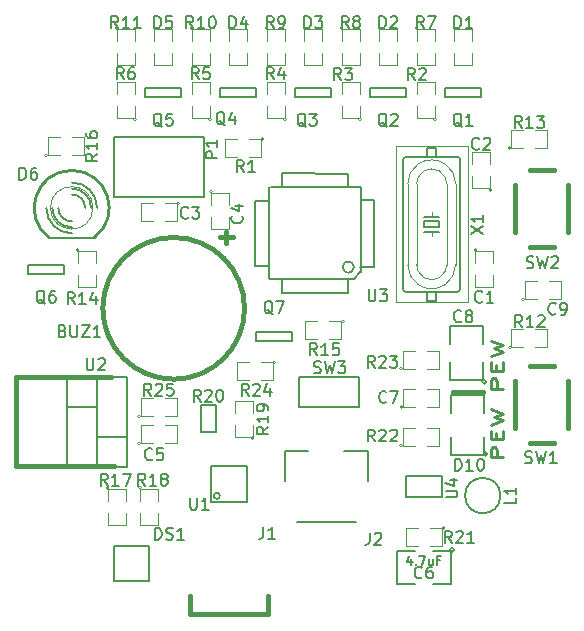
<source format=gto>
G04 (created by PCBNEW (2013-04-19 BZR 4011)-stable) date 22/12/2014 13:34:27*
%MOIN*%
G04 Gerber Fmt 3.4, Leading zero omitted, Abs format*
%FSLAX34Y34*%
G01*
G70*
G90*
G04 APERTURE LIST*
%ADD10C,0*%
%ADD11C,0.015*%
%ADD12C,0.01*%
%ADD13C,0.006*%
%ADD14C,0.0039*%
%ADD15C,0.008*%
%ADD16C,0.003*%
%ADD17C,0.0026*%
%ADD18C,0.002*%
%ADD19C,0.00590551*%
%ADD20C,0.005*%
%ADD21C,0.0075*%
G04 APERTURE END LIST*
G54D10*
G54D11*
X21850Y-27755D02*
X25000Y-27755D01*
X21850Y-30708D02*
X21850Y-27755D01*
X25098Y-30708D02*
X21850Y-30708D01*
G54D12*
X38061Y-30414D02*
X37661Y-30414D01*
X37661Y-30185D01*
X37680Y-30128D01*
X37700Y-30099D01*
X37738Y-30071D01*
X37795Y-30071D01*
X37833Y-30099D01*
X37852Y-30128D01*
X37871Y-30185D01*
X37871Y-30414D01*
X37852Y-29814D02*
X37852Y-29614D01*
X38061Y-29528D02*
X38061Y-29814D01*
X37661Y-29814D01*
X37661Y-29528D01*
X37661Y-29328D02*
X38061Y-29185D01*
X37776Y-29071D01*
X38061Y-28957D01*
X37661Y-28814D01*
X38061Y-28128D02*
X37661Y-28128D01*
X37661Y-27899D01*
X37680Y-27842D01*
X37700Y-27814D01*
X37738Y-27785D01*
X37795Y-27785D01*
X37833Y-27814D01*
X37852Y-27842D01*
X37871Y-27899D01*
X37871Y-28128D01*
X37852Y-27528D02*
X37852Y-27328D01*
X38061Y-27242D02*
X38061Y-27528D01*
X37661Y-27528D01*
X37661Y-27242D01*
X37661Y-27042D02*
X38061Y-26900D01*
X37776Y-26785D01*
X38061Y-26671D01*
X37661Y-26528D01*
G54D11*
X36396Y-28248D02*
X36495Y-28248D01*
X36511Y-28248D02*
X37396Y-28248D01*
G54D13*
X29820Y-21860D02*
X30270Y-21860D01*
X29820Y-24040D02*
X30260Y-24040D01*
X29820Y-21860D02*
X29820Y-24040D01*
X30700Y-21390D02*
X30700Y-20960D01*
X32910Y-21380D02*
X32910Y-20960D01*
X32920Y-20960D02*
X30700Y-20950D01*
X32900Y-24930D02*
X30730Y-24940D01*
X33330Y-24240D02*
X33330Y-21410D01*
X30720Y-24930D02*
X30720Y-24520D01*
X33080Y-24480D02*
X30300Y-24480D01*
X30280Y-21400D02*
X30280Y-24440D01*
X33330Y-21400D02*
X30330Y-21400D01*
X33780Y-24070D02*
X33780Y-21850D01*
X33780Y-21850D02*
X33330Y-21850D01*
X33326Y-24250D02*
X33096Y-24480D01*
X33778Y-24070D02*
X33326Y-24070D01*
X32900Y-24480D02*
X32900Y-24932D01*
X33106Y-24076D02*
G75*
G03X33106Y-24076I-188J0D01*
G74*
G01*
G54D11*
X39764Y-20845D02*
X38976Y-20845D01*
X38484Y-21338D02*
X38484Y-22912D01*
X39764Y-23405D02*
X39075Y-23405D01*
X39075Y-23405D02*
X38976Y-23405D01*
X40256Y-21338D02*
X40256Y-22912D01*
X39764Y-27381D02*
X38976Y-27381D01*
X38484Y-27874D02*
X38484Y-29448D01*
X39764Y-29941D02*
X39075Y-29941D01*
X39075Y-29941D02*
X38976Y-29941D01*
X40256Y-27874D02*
X40256Y-29448D01*
G54D14*
X33350Y-19150D02*
G75*
G03X33350Y-19150I-50J0D01*
G74*
G01*
X33300Y-18700D02*
X33300Y-19100D01*
X33300Y-19100D02*
X32700Y-19100D01*
X32700Y-19100D02*
X32700Y-18700D01*
X32700Y-18300D02*
X32700Y-17900D01*
X32700Y-17900D02*
X33300Y-17900D01*
X33300Y-17900D02*
X33300Y-18300D01*
X38350Y-20100D02*
G75*
G03X38350Y-20100I-50J0D01*
G74*
G01*
X38750Y-20100D02*
X38350Y-20100D01*
X38350Y-20100D02*
X38350Y-19500D01*
X38350Y-19500D02*
X38750Y-19500D01*
X39150Y-19500D02*
X39550Y-19500D01*
X39550Y-19500D02*
X39550Y-20100D01*
X39550Y-20100D02*
X39150Y-20100D01*
X38350Y-26750D02*
G75*
G03X38350Y-26750I-50J0D01*
G74*
G01*
X38750Y-26750D02*
X38350Y-26750D01*
X38350Y-26750D02*
X38350Y-26150D01*
X38350Y-26150D02*
X38750Y-26150D01*
X39150Y-26150D02*
X39550Y-26150D01*
X39550Y-26150D02*
X39550Y-26750D01*
X39550Y-26750D02*
X39150Y-26750D01*
X35250Y-16100D02*
G75*
G03X35250Y-16100I-50J0D01*
G74*
G01*
X35200Y-16550D02*
X35200Y-16150D01*
X35200Y-16150D02*
X35800Y-16150D01*
X35800Y-16150D02*
X35800Y-16550D01*
X35800Y-16950D02*
X35800Y-17350D01*
X35800Y-17350D02*
X35200Y-17350D01*
X35200Y-17350D02*
X35200Y-16950D01*
X35850Y-19150D02*
G75*
G03X35850Y-19150I-50J0D01*
G74*
G01*
X35800Y-18700D02*
X35800Y-19100D01*
X35800Y-19100D02*
X35200Y-19100D01*
X35200Y-19100D02*
X35200Y-18700D01*
X35200Y-18300D02*
X35200Y-17900D01*
X35200Y-17900D02*
X35800Y-17900D01*
X35800Y-17900D02*
X35800Y-18300D01*
X23950Y-23500D02*
G75*
G03X23950Y-23500I-50J0D01*
G74*
G01*
X23900Y-23950D02*
X23900Y-23550D01*
X23900Y-23550D02*
X24500Y-23550D01*
X24500Y-23550D02*
X24500Y-23950D01*
X24500Y-24350D02*
X24500Y-24750D01*
X24500Y-24750D02*
X23900Y-24750D01*
X23900Y-24750D02*
X23900Y-24350D01*
X22900Y-20350D02*
G75*
G03X22900Y-20350I-50J0D01*
G74*
G01*
X23300Y-20350D02*
X22900Y-20350D01*
X22900Y-20350D02*
X22900Y-19750D01*
X22900Y-19750D02*
X23300Y-19750D01*
X23700Y-19750D02*
X24100Y-19750D01*
X24100Y-19750D02*
X24100Y-20350D01*
X24100Y-20350D02*
X23700Y-20350D01*
X32786Y-25881D02*
G75*
G03X32786Y-25881I-49J0D01*
G74*
G01*
X32286Y-25881D02*
X32686Y-25881D01*
X32686Y-25881D02*
X32686Y-26481D01*
X32686Y-26481D02*
X32286Y-26481D01*
X31886Y-26481D02*
X31486Y-26481D01*
X31486Y-26481D02*
X31486Y-25881D01*
X31486Y-25881D02*
X31886Y-25881D01*
X34000Y-16100D02*
G75*
G03X34000Y-16100I-50J0D01*
G74*
G01*
X33950Y-16550D02*
X33950Y-16150D01*
X33950Y-16150D02*
X34550Y-16150D01*
X34550Y-16150D02*
X34550Y-16550D01*
X34550Y-16950D02*
X34550Y-17350D01*
X34550Y-17350D02*
X33950Y-17350D01*
X33950Y-17350D02*
X33950Y-16950D01*
X28350Y-19150D02*
G75*
G03X28350Y-19150I-50J0D01*
G74*
G01*
X28300Y-18700D02*
X28300Y-19100D01*
X28300Y-19100D02*
X27700Y-19100D01*
X27700Y-19100D02*
X27700Y-18700D01*
X27700Y-18300D02*
X27700Y-17900D01*
X27700Y-17900D02*
X28300Y-17900D01*
X28300Y-17900D02*
X28300Y-18300D01*
X27750Y-16100D02*
G75*
G03X27750Y-16100I-50J0D01*
G74*
G01*
X27700Y-16550D02*
X27700Y-16150D01*
X27700Y-16150D02*
X28300Y-16150D01*
X28300Y-16150D02*
X28300Y-16550D01*
X28300Y-16950D02*
X28300Y-17350D01*
X28300Y-17350D02*
X27700Y-17350D01*
X27700Y-17350D02*
X27700Y-16950D01*
X29000Y-16100D02*
G75*
G03X29000Y-16100I-50J0D01*
G74*
G01*
X28950Y-16550D02*
X28950Y-16150D01*
X28950Y-16150D02*
X29550Y-16150D01*
X29550Y-16150D02*
X29550Y-16550D01*
X29550Y-16950D02*
X29550Y-17350D01*
X29550Y-17350D02*
X28950Y-17350D01*
X28950Y-17350D02*
X28950Y-16950D01*
X30850Y-19150D02*
G75*
G03X30850Y-19150I-50J0D01*
G74*
G01*
X30800Y-18700D02*
X30800Y-19100D01*
X30800Y-19100D02*
X30200Y-19100D01*
X30200Y-19100D02*
X30200Y-18700D01*
X30200Y-18300D02*
X30200Y-17900D01*
X30200Y-17900D02*
X30800Y-17900D01*
X30800Y-17900D02*
X30800Y-18300D01*
X30250Y-16100D02*
G75*
G03X30250Y-16100I-50J0D01*
G74*
G01*
X30200Y-16550D02*
X30200Y-16150D01*
X30200Y-16150D02*
X30800Y-16150D01*
X30800Y-16150D02*
X30800Y-16550D01*
X30800Y-16950D02*
X30800Y-17350D01*
X30800Y-17350D02*
X30200Y-17350D01*
X30200Y-17350D02*
X30200Y-16950D01*
X31500Y-16100D02*
G75*
G03X31500Y-16100I-50J0D01*
G74*
G01*
X31450Y-16550D02*
X31450Y-16150D01*
X31450Y-16150D02*
X32050Y-16150D01*
X32050Y-16150D02*
X32050Y-16550D01*
X32050Y-16950D02*
X32050Y-17350D01*
X32050Y-17350D02*
X31450Y-17350D01*
X31450Y-17350D02*
X31450Y-16950D01*
X32750Y-16100D02*
G75*
G03X32750Y-16100I-50J0D01*
G74*
G01*
X32700Y-16550D02*
X32700Y-16150D01*
X32700Y-16150D02*
X33300Y-16150D01*
X33300Y-16150D02*
X33300Y-16550D01*
X33300Y-16950D02*
X33300Y-17350D01*
X33300Y-17350D02*
X32700Y-17350D01*
X32700Y-17350D02*
X32700Y-16950D01*
X25850Y-19150D02*
G75*
G03X25850Y-19150I-50J0D01*
G74*
G01*
X25800Y-18700D02*
X25800Y-19100D01*
X25800Y-19100D02*
X25200Y-19100D01*
X25200Y-19100D02*
X25200Y-18700D01*
X25200Y-18300D02*
X25200Y-17900D01*
X25200Y-17900D02*
X25800Y-17900D01*
X25800Y-17900D02*
X25800Y-18300D01*
X25250Y-16100D02*
G75*
G03X25250Y-16100I-50J0D01*
G74*
G01*
X25200Y-16550D02*
X25200Y-16150D01*
X25200Y-16150D02*
X25800Y-16150D01*
X25800Y-16150D02*
X25800Y-16550D01*
X25800Y-16950D02*
X25800Y-17350D01*
X25800Y-17350D02*
X25200Y-17350D01*
X25200Y-17350D02*
X25200Y-16950D01*
X26500Y-16100D02*
G75*
G03X26500Y-16100I-50J0D01*
G74*
G01*
X26450Y-16550D02*
X26450Y-16150D01*
X26450Y-16150D02*
X27050Y-16150D01*
X27050Y-16150D02*
X27050Y-16550D01*
X27050Y-16950D02*
X27050Y-17350D01*
X27050Y-17350D02*
X26450Y-17350D01*
X26450Y-17350D02*
X26450Y-16950D01*
G54D15*
X25100Y-19750D02*
X28100Y-19750D01*
X28100Y-21750D02*
X25100Y-21750D01*
X25100Y-21750D02*
X25100Y-19750D01*
X28100Y-19750D02*
X28100Y-21750D01*
G54D14*
X27300Y-21950D02*
G75*
G03X27300Y-21950I-50J0D01*
G74*
G01*
X26800Y-21950D02*
X27200Y-21950D01*
X27200Y-21950D02*
X27200Y-22550D01*
X27200Y-22550D02*
X26800Y-22550D01*
X26400Y-22550D02*
X26000Y-22550D01*
X26000Y-22550D02*
X26000Y-21950D01*
X26000Y-21950D02*
X26400Y-21950D01*
X37700Y-21500D02*
G75*
G03X37700Y-21500I-50J0D01*
G74*
G01*
X37650Y-21050D02*
X37650Y-21450D01*
X37650Y-21450D02*
X37050Y-21450D01*
X37050Y-21450D02*
X37050Y-21050D01*
X37050Y-20650D02*
X37050Y-20250D01*
X37050Y-20250D02*
X37650Y-20250D01*
X37650Y-20250D02*
X37650Y-20650D01*
X37200Y-23500D02*
G75*
G03X37200Y-23500I-50J0D01*
G74*
G01*
X37150Y-23950D02*
X37150Y-23550D01*
X37150Y-23550D02*
X37750Y-23550D01*
X37750Y-23550D02*
X37750Y-23950D01*
X37750Y-24350D02*
X37750Y-24750D01*
X37750Y-24750D02*
X37150Y-24750D01*
X37150Y-24750D02*
X37150Y-24350D01*
X36500Y-16100D02*
G75*
G03X36500Y-16100I-50J0D01*
G74*
G01*
X36450Y-16550D02*
X36450Y-16150D01*
X36450Y-16150D02*
X37050Y-16150D01*
X37050Y-16150D02*
X37050Y-16550D01*
X37050Y-16950D02*
X37050Y-17350D01*
X37050Y-17350D02*
X36450Y-17350D01*
X36450Y-17350D02*
X36450Y-16950D01*
X30100Y-19800D02*
G75*
G03X30100Y-19800I-50J0D01*
G74*
G01*
X29600Y-19800D02*
X30000Y-19800D01*
X30000Y-19800D02*
X30000Y-20400D01*
X30000Y-20400D02*
X29600Y-20400D01*
X29200Y-20400D02*
X28800Y-20400D01*
X28800Y-20400D02*
X28800Y-19800D01*
X28800Y-19800D02*
X29200Y-19800D01*
X34734Y-28744D02*
G75*
G03X34734Y-28744I-50J0D01*
G74*
G01*
X35134Y-28744D02*
X34734Y-28744D01*
X34734Y-28744D02*
X34734Y-28144D01*
X34734Y-28144D02*
X35134Y-28144D01*
X35534Y-28144D02*
X35934Y-28144D01*
X35934Y-28144D02*
X35934Y-28744D01*
X35934Y-28744D02*
X35534Y-28744D01*
G54D13*
X25550Y-30750D02*
X24550Y-30750D01*
X24550Y-30750D02*
X24550Y-27750D01*
X24550Y-27750D02*
X25550Y-27750D01*
X25550Y-27750D02*
X25550Y-30750D01*
X24550Y-29750D02*
X25550Y-29750D01*
G54D15*
X22950Y-23120D02*
X24450Y-23120D01*
G54D16*
X24407Y-22100D02*
G75*
G03X24407Y-22100I-707J0D01*
G74*
G01*
G54D12*
X24450Y-23099D02*
G75*
G03X22949Y-23099I-750J999D01*
G74*
G01*
G54D13*
X24150Y-22100D02*
G75*
G03X23700Y-21650I-450J0D01*
G74*
G01*
X23250Y-22100D02*
G75*
G03X23700Y-22550I450J0D01*
G74*
G01*
X24350Y-22100D02*
G75*
G03X23700Y-21450I-650J0D01*
G74*
G01*
X23050Y-22100D02*
G75*
G03X23700Y-22750I650J0D01*
G74*
G01*
X24550Y-22100D02*
G75*
G03X23700Y-21250I-850J0D01*
G74*
G01*
X22850Y-22100D02*
G75*
G03X23700Y-22950I850J0D01*
G74*
G01*
G54D17*
X34500Y-20050D02*
X34500Y-25250D01*
X34500Y-25250D02*
X36900Y-25250D01*
X36900Y-20050D02*
X36900Y-25250D01*
X34500Y-20050D02*
X36900Y-20050D01*
G54D13*
X36150Y-20400D02*
X36550Y-20400D01*
X36150Y-24900D02*
X36550Y-24900D01*
G54D18*
X35200Y-24000D02*
X35200Y-21300D01*
X34900Y-24000D02*
X34900Y-21300D01*
X36200Y-21300D02*
X36200Y-24000D01*
G54D13*
X34750Y-24800D02*
X34750Y-20500D01*
X35550Y-24900D02*
X35550Y-25200D01*
X35850Y-24900D02*
X35850Y-25200D01*
X35550Y-25200D02*
X35850Y-25200D01*
X35250Y-24900D02*
X36150Y-24900D01*
X34850Y-24900D02*
X35250Y-24900D01*
X35550Y-20100D02*
X35850Y-20100D01*
X35250Y-20400D02*
X35550Y-20400D01*
X35550Y-20400D02*
X35850Y-20400D01*
X35850Y-20400D02*
X36150Y-20400D01*
X34850Y-20400D02*
X35250Y-20400D01*
X35550Y-20400D02*
X35550Y-20100D01*
X35850Y-20400D02*
X35850Y-20100D01*
G54D18*
X36500Y-21300D02*
X36500Y-24000D01*
G54D13*
X36650Y-24800D02*
X36650Y-20500D01*
X35950Y-22550D02*
X35450Y-22550D01*
X35450Y-22550D02*
X35450Y-22750D01*
X35450Y-22750D02*
X35950Y-22750D01*
X35950Y-22750D02*
X35950Y-22550D01*
X35950Y-22400D02*
X35700Y-22400D01*
X35700Y-22400D02*
X35450Y-22400D01*
G54D18*
X35700Y-22400D02*
X35700Y-22250D01*
G54D13*
X35950Y-22900D02*
X35700Y-22900D01*
X35700Y-22900D02*
X35450Y-22900D01*
G54D18*
X35700Y-22900D02*
X35700Y-23050D01*
X36500Y-21299D02*
G75*
G03X36149Y-20638I-800J-1D01*
G74*
G01*
X36150Y-24660D02*
G75*
G03X36500Y-24000I-450J660D01*
G74*
G01*
G54D13*
X34750Y-24800D02*
G75*
G03X34850Y-24900I100J0D01*
G74*
G01*
G54D18*
X35200Y-23999D02*
G75*
G03X35249Y-24216I499J0D01*
G74*
G01*
X36150Y-24217D02*
G75*
G03X36200Y-24000I-450J217D01*
G74*
G01*
X34900Y-24001D02*
G75*
G03X35251Y-24661I799J2D01*
G74*
G01*
X35250Y-24219D02*
G75*
G03X36150Y-24216I449J219D01*
G74*
G01*
X35250Y-24661D02*
G75*
G03X36149Y-24661I449J661D01*
G74*
G01*
X35249Y-20639D02*
G75*
G03X34900Y-21300I450J-660D01*
G74*
G01*
X36149Y-21080D02*
G75*
G03X35249Y-21083I-449J-219D01*
G74*
G01*
X35249Y-21082D02*
G75*
G03X35200Y-21300I450J-217D01*
G74*
G01*
X36199Y-21300D02*
G75*
G03X36150Y-21083I-499J0D01*
G74*
G01*
X36149Y-20638D02*
G75*
G03X35250Y-20638I-449J-661D01*
G74*
G01*
G54D13*
X34850Y-20400D02*
G75*
G03X34750Y-20500I0J-100D01*
G74*
G01*
X36550Y-24900D02*
G75*
G03X36650Y-24800I0J100D01*
G74*
G01*
X36650Y-20500D02*
G75*
G03X36550Y-20400I-100J0D01*
G74*
G01*
G54D11*
X28832Y-22890D02*
X28832Y-23284D01*
X29068Y-23087D02*
X28635Y-23087D01*
X29462Y-25450D02*
G75*
G03X29462Y-25450I-2362J0D01*
G74*
G01*
G54D19*
X25098Y-34547D02*
X25098Y-33366D01*
X25098Y-33366D02*
X26279Y-33366D01*
X26279Y-33366D02*
X26279Y-34547D01*
X26279Y-34547D02*
X25098Y-34547D01*
G54D20*
X34833Y-31747D02*
X34833Y-31047D01*
X34833Y-31047D02*
X36033Y-31047D01*
X36033Y-31047D02*
X36033Y-31747D01*
X36033Y-31747D02*
X34833Y-31747D01*
X37570Y-30300D02*
G75*
G03X37570Y-30300I-70J0D01*
G74*
G01*
X36350Y-29750D02*
X36350Y-30350D01*
X36350Y-30350D02*
X37450Y-30350D01*
X37450Y-30350D02*
X37450Y-29750D01*
X37450Y-28950D02*
X37450Y-28350D01*
X37450Y-28350D02*
X36350Y-28350D01*
X36350Y-28350D02*
X36350Y-28950D01*
X37520Y-27900D02*
G75*
G03X37520Y-27900I-70J0D01*
G74*
G01*
X36300Y-27250D02*
X36300Y-27850D01*
X36300Y-27850D02*
X37400Y-27850D01*
X37400Y-27850D02*
X37400Y-27250D01*
X37400Y-26650D02*
X37400Y-26050D01*
X37400Y-26050D02*
X36300Y-26050D01*
X36300Y-26050D02*
X36300Y-26650D01*
G54D14*
X26000Y-29950D02*
G75*
G03X26000Y-29950I-50J0D01*
G74*
G01*
X26400Y-29950D02*
X26000Y-29950D01*
X26000Y-29950D02*
X26000Y-29350D01*
X26000Y-29350D02*
X26400Y-29350D01*
X26800Y-29350D02*
X27200Y-29350D01*
X27200Y-29350D02*
X27200Y-29950D01*
X27200Y-29950D02*
X26800Y-29950D01*
X28400Y-21550D02*
G75*
G03X28400Y-21550I-50J0D01*
G74*
G01*
X28350Y-22000D02*
X28350Y-21600D01*
X28350Y-21600D02*
X28950Y-21600D01*
X28950Y-21600D02*
X28950Y-22000D01*
X28950Y-22400D02*
X28950Y-22800D01*
X28950Y-22800D02*
X28350Y-22800D01*
X28350Y-22800D02*
X28350Y-22400D01*
X34734Y-30024D02*
G75*
G03X34734Y-30024I-50J0D01*
G74*
G01*
X35134Y-30024D02*
X34734Y-30024D01*
X34734Y-30024D02*
X34734Y-29424D01*
X34734Y-29424D02*
X35134Y-29424D01*
X35534Y-29424D02*
X35934Y-29424D01*
X35934Y-29424D02*
X35934Y-30024D01*
X35934Y-30024D02*
X35534Y-30024D01*
X34734Y-27465D02*
G75*
G03X34734Y-27465I-50J0D01*
G74*
G01*
X35134Y-27465D02*
X34734Y-27465D01*
X34734Y-27465D02*
X34734Y-26865D01*
X34734Y-26865D02*
X35134Y-26865D01*
X35534Y-26865D02*
X35934Y-26865D01*
X35934Y-26865D02*
X35934Y-27465D01*
X35934Y-27465D02*
X35534Y-27465D01*
X36133Y-32770D02*
G75*
G03X36133Y-32770I-50J0D01*
G74*
G01*
X35633Y-32770D02*
X36033Y-32770D01*
X36033Y-32770D02*
X36033Y-33370D01*
X36033Y-33370D02*
X35633Y-33370D01*
X35233Y-33370D02*
X34833Y-33370D01*
X34833Y-33370D02*
X34833Y-32770D01*
X34833Y-32770D02*
X35233Y-32770D01*
X29779Y-29783D02*
G75*
G03X29779Y-29783I-50J0D01*
G74*
G01*
X29729Y-29333D02*
X29729Y-29733D01*
X29729Y-29733D02*
X29129Y-29733D01*
X29129Y-29733D02*
X29129Y-29333D01*
X29129Y-28933D02*
X29129Y-28533D01*
X29129Y-28533D02*
X29729Y-28533D01*
X29729Y-28533D02*
X29729Y-28933D01*
X26029Y-31436D02*
G75*
G03X26029Y-31436I-50J0D01*
G74*
G01*
X25979Y-31886D02*
X25979Y-31486D01*
X25979Y-31486D02*
X26579Y-31486D01*
X26579Y-31486D02*
X26579Y-31886D01*
X26579Y-32286D02*
X26579Y-32686D01*
X26579Y-32686D02*
X25979Y-32686D01*
X25979Y-32686D02*
X25979Y-32286D01*
X24946Y-31436D02*
G75*
G03X24946Y-31436I-50J0D01*
G74*
G01*
X24896Y-31886D02*
X24896Y-31486D01*
X24896Y-31486D02*
X25496Y-31486D01*
X25496Y-31486D02*
X25496Y-31886D01*
X25496Y-32286D02*
X25496Y-32686D01*
X25496Y-32686D02*
X24896Y-32686D01*
X24896Y-32686D02*
X24896Y-32286D01*
G54D20*
X27998Y-29583D02*
X27998Y-28683D01*
X27998Y-28683D02*
X28498Y-28683D01*
X28498Y-28683D02*
X28498Y-29583D01*
X28498Y-29583D02*
X27998Y-29583D01*
G54D15*
X28637Y-31699D02*
G75*
G03X28637Y-31699I-100J0D01*
G74*
G01*
X29537Y-31899D02*
X28337Y-31899D01*
X28337Y-31899D02*
X28337Y-30699D01*
X28337Y-30699D02*
X29537Y-30699D01*
X29537Y-30699D02*
X29537Y-31899D01*
G54D19*
X31594Y-30216D02*
X30807Y-30216D01*
X30807Y-30216D02*
X30807Y-31200D01*
X33562Y-31200D02*
X33562Y-30216D01*
X33562Y-30216D02*
X32775Y-30216D01*
X33169Y-32578D02*
X31200Y-32578D01*
X37992Y-31692D02*
G75*
G03X37992Y-31692I-590J0D01*
G74*
G01*
G54D11*
X27638Y-35629D02*
X27638Y-35038D01*
X30236Y-35629D02*
X30236Y-35038D01*
X27638Y-35629D02*
X30236Y-35629D01*
G54D13*
X31283Y-28748D02*
X31283Y-27748D01*
X31283Y-27748D02*
X33283Y-27748D01*
X33283Y-27748D02*
X33283Y-28748D01*
X33283Y-28748D02*
X31283Y-28748D01*
G54D14*
X30500Y-27250D02*
G75*
G03X30500Y-27250I-50J0D01*
G74*
G01*
X30000Y-27250D02*
X30400Y-27250D01*
X30400Y-27250D02*
X30400Y-27850D01*
X30400Y-27850D02*
X30000Y-27850D01*
X29600Y-27850D02*
X29200Y-27850D01*
X29200Y-27850D02*
X29200Y-27250D01*
X29200Y-27250D02*
X29600Y-27250D01*
X26000Y-29050D02*
G75*
G03X26000Y-29050I-50J0D01*
G74*
G01*
X26400Y-29050D02*
X26000Y-29050D01*
X26000Y-29050D02*
X26000Y-28450D01*
X26000Y-28450D02*
X26400Y-28450D01*
X26800Y-28450D02*
X27200Y-28450D01*
X27200Y-28450D02*
X27200Y-29050D01*
X27200Y-29050D02*
X26800Y-29050D01*
G54D13*
X23550Y-27750D02*
X24550Y-27750D01*
X24550Y-27750D02*
X24550Y-30750D01*
X24550Y-30750D02*
X23550Y-30750D01*
X23550Y-30750D02*
X23550Y-27750D01*
X24550Y-28750D02*
X23550Y-28750D01*
G54D14*
X38800Y-25150D02*
G75*
G03X38800Y-25150I-50J0D01*
G74*
G01*
X39200Y-25150D02*
X38800Y-25150D01*
X38800Y-25150D02*
X38800Y-24550D01*
X38800Y-24550D02*
X39200Y-24550D01*
X39600Y-24550D02*
X40000Y-24550D01*
X40000Y-24550D02*
X40000Y-25150D01*
X40000Y-25150D02*
X39600Y-25150D01*
G54D20*
X29850Y-18400D02*
X28650Y-18400D01*
X28650Y-18400D02*
X28650Y-18100D01*
X28650Y-18100D02*
X29850Y-18100D01*
X29850Y-18100D02*
X29850Y-18400D01*
X23450Y-24300D02*
X22250Y-24300D01*
X22250Y-24300D02*
X22250Y-24000D01*
X22250Y-24000D02*
X23450Y-24000D01*
X23450Y-24000D02*
X23450Y-24300D01*
X29850Y-26250D02*
X31050Y-26250D01*
X31050Y-26250D02*
X31050Y-26550D01*
X31050Y-26550D02*
X29850Y-26550D01*
X29850Y-26550D02*
X29850Y-26250D01*
X32350Y-18400D02*
X31150Y-18400D01*
X31150Y-18400D02*
X31150Y-18100D01*
X31150Y-18100D02*
X32350Y-18100D01*
X32350Y-18100D02*
X32350Y-18400D01*
X27350Y-18400D02*
X26150Y-18400D01*
X26150Y-18400D02*
X26150Y-18100D01*
X26150Y-18100D02*
X27350Y-18100D01*
X27350Y-18100D02*
X27350Y-18400D01*
X37350Y-18400D02*
X36150Y-18400D01*
X36150Y-18400D02*
X36150Y-18100D01*
X36150Y-18100D02*
X37350Y-18100D01*
X37350Y-18100D02*
X37350Y-18400D01*
X34850Y-18400D02*
X33650Y-18400D01*
X33650Y-18400D02*
X33650Y-18100D01*
X33650Y-18100D02*
X34850Y-18100D01*
X34850Y-18100D02*
X34850Y-18400D01*
X36461Y-33490D02*
G75*
G03X36461Y-33490I-70J0D01*
G74*
G01*
X35740Y-34640D02*
X36340Y-34640D01*
X36340Y-34640D02*
X36340Y-33540D01*
X36340Y-33540D02*
X35740Y-33540D01*
X35140Y-33540D02*
X34540Y-33540D01*
X34540Y-33540D02*
X34540Y-34640D01*
X34540Y-34640D02*
X35140Y-34640D01*
G54D21*
X33600Y-24815D02*
X33600Y-25134D01*
X33618Y-25171D01*
X33637Y-25190D01*
X33675Y-25209D01*
X33750Y-25209D01*
X33787Y-25190D01*
X33806Y-25171D01*
X33825Y-25134D01*
X33825Y-24815D01*
X33974Y-24815D02*
X34218Y-24815D01*
X34087Y-24965D01*
X34143Y-24965D01*
X34181Y-24984D01*
X34199Y-25003D01*
X34218Y-25040D01*
X34218Y-25134D01*
X34199Y-25171D01*
X34181Y-25190D01*
X34143Y-25209D01*
X34031Y-25209D01*
X33993Y-25190D01*
X33974Y-25171D01*
X38868Y-24090D02*
X38925Y-24109D01*
X39018Y-24109D01*
X39056Y-24090D01*
X39074Y-24071D01*
X39093Y-24034D01*
X39093Y-23996D01*
X39074Y-23959D01*
X39056Y-23940D01*
X39018Y-23921D01*
X38943Y-23903D01*
X38906Y-23884D01*
X38887Y-23865D01*
X38868Y-23828D01*
X38868Y-23790D01*
X38887Y-23753D01*
X38906Y-23734D01*
X38943Y-23715D01*
X39037Y-23715D01*
X39093Y-23734D01*
X39224Y-23715D02*
X39318Y-24109D01*
X39393Y-23828D01*
X39468Y-24109D01*
X39562Y-23715D01*
X39693Y-23753D02*
X39712Y-23734D01*
X39749Y-23715D01*
X39843Y-23715D01*
X39881Y-23734D01*
X39899Y-23753D01*
X39918Y-23790D01*
X39918Y-23828D01*
X39899Y-23884D01*
X39674Y-24109D01*
X39918Y-24109D01*
X38818Y-30590D02*
X38875Y-30609D01*
X38968Y-30609D01*
X39006Y-30590D01*
X39024Y-30571D01*
X39043Y-30534D01*
X39043Y-30496D01*
X39024Y-30459D01*
X39006Y-30440D01*
X38968Y-30421D01*
X38893Y-30403D01*
X38856Y-30384D01*
X38837Y-30365D01*
X38818Y-30328D01*
X38818Y-30290D01*
X38837Y-30253D01*
X38856Y-30234D01*
X38893Y-30215D01*
X38987Y-30215D01*
X39043Y-30234D01*
X39174Y-30215D02*
X39268Y-30609D01*
X39343Y-30328D01*
X39418Y-30609D01*
X39512Y-30215D01*
X39868Y-30609D02*
X39643Y-30609D01*
X39756Y-30609D02*
X39756Y-30215D01*
X39718Y-30271D01*
X39681Y-30309D01*
X39643Y-30328D01*
X32674Y-17840D02*
X32543Y-17652D01*
X32449Y-17840D02*
X32449Y-17446D01*
X32599Y-17446D01*
X32637Y-17465D01*
X32656Y-17483D01*
X32674Y-17521D01*
X32674Y-17577D01*
X32656Y-17615D01*
X32637Y-17633D01*
X32599Y-17652D01*
X32449Y-17652D01*
X32806Y-17446D02*
X33049Y-17446D01*
X32918Y-17596D01*
X32974Y-17596D01*
X33012Y-17615D01*
X33031Y-17633D01*
X33049Y-17671D01*
X33049Y-17765D01*
X33031Y-17802D01*
X33012Y-17821D01*
X32974Y-17840D01*
X32862Y-17840D01*
X32824Y-17821D01*
X32806Y-17802D01*
X38696Y-19427D02*
X38565Y-19240D01*
X38471Y-19427D02*
X38471Y-19034D01*
X38621Y-19034D01*
X38659Y-19052D01*
X38678Y-19071D01*
X38696Y-19109D01*
X38696Y-19165D01*
X38678Y-19202D01*
X38659Y-19221D01*
X38621Y-19240D01*
X38471Y-19240D01*
X39071Y-19427D02*
X38846Y-19427D01*
X38959Y-19427D02*
X38959Y-19034D01*
X38921Y-19090D01*
X38884Y-19127D01*
X38846Y-19146D01*
X39203Y-19034D02*
X39446Y-19034D01*
X39315Y-19184D01*
X39371Y-19184D01*
X39409Y-19202D01*
X39428Y-19221D01*
X39446Y-19259D01*
X39446Y-19352D01*
X39428Y-19390D01*
X39409Y-19409D01*
X39371Y-19427D01*
X39259Y-19427D01*
X39221Y-19409D01*
X39203Y-19390D01*
X38716Y-26077D02*
X38585Y-25890D01*
X38491Y-26077D02*
X38491Y-25684D01*
X38641Y-25684D01*
X38679Y-25702D01*
X38697Y-25721D01*
X38716Y-25759D01*
X38716Y-25815D01*
X38697Y-25852D01*
X38679Y-25871D01*
X38641Y-25890D01*
X38491Y-25890D01*
X39091Y-26077D02*
X38866Y-26077D01*
X38979Y-26077D02*
X38979Y-25684D01*
X38941Y-25740D01*
X38904Y-25777D01*
X38866Y-25796D01*
X39241Y-25721D02*
X39260Y-25702D01*
X39297Y-25684D01*
X39391Y-25684D01*
X39429Y-25702D01*
X39447Y-25721D01*
X39466Y-25759D01*
X39466Y-25796D01*
X39447Y-25852D01*
X39222Y-26077D01*
X39466Y-26077D01*
X35434Y-16109D02*
X35303Y-15921D01*
X35209Y-16109D02*
X35209Y-15715D01*
X35359Y-15715D01*
X35396Y-15734D01*
X35415Y-15753D01*
X35434Y-15790D01*
X35434Y-15846D01*
X35415Y-15884D01*
X35396Y-15903D01*
X35359Y-15921D01*
X35209Y-15921D01*
X35565Y-15715D02*
X35828Y-15715D01*
X35659Y-16109D01*
X35135Y-17840D02*
X35004Y-17652D01*
X34910Y-17840D02*
X34910Y-17446D01*
X35060Y-17446D01*
X35098Y-17465D01*
X35117Y-17483D01*
X35135Y-17521D01*
X35135Y-17577D01*
X35117Y-17615D01*
X35098Y-17633D01*
X35060Y-17652D01*
X34910Y-17652D01*
X35285Y-17483D02*
X35304Y-17465D01*
X35342Y-17446D01*
X35435Y-17446D01*
X35473Y-17465D01*
X35492Y-17483D01*
X35510Y-17521D01*
X35510Y-17558D01*
X35492Y-17615D01*
X35267Y-17840D01*
X35510Y-17840D01*
X23796Y-25309D02*
X23665Y-25121D01*
X23571Y-25309D02*
X23571Y-24915D01*
X23721Y-24915D01*
X23759Y-24934D01*
X23778Y-24953D01*
X23796Y-24990D01*
X23796Y-25046D01*
X23778Y-25084D01*
X23759Y-25103D01*
X23721Y-25121D01*
X23571Y-25121D01*
X24171Y-25309D02*
X23946Y-25309D01*
X24059Y-25309D02*
X24059Y-24915D01*
X24021Y-24971D01*
X23984Y-25009D01*
X23946Y-25028D01*
X24509Y-25046D02*
X24509Y-25309D01*
X24415Y-24896D02*
X24321Y-25178D01*
X24565Y-25178D01*
X24559Y-20303D02*
X24371Y-20434D01*
X24559Y-20528D02*
X24165Y-20528D01*
X24165Y-20378D01*
X24184Y-20340D01*
X24203Y-20321D01*
X24240Y-20303D01*
X24296Y-20303D01*
X24334Y-20321D01*
X24353Y-20340D01*
X24371Y-20378D01*
X24371Y-20528D01*
X24559Y-19928D02*
X24559Y-20153D01*
X24559Y-20040D02*
X24165Y-20040D01*
X24221Y-20078D01*
X24259Y-20115D01*
X24278Y-20153D01*
X24165Y-19590D02*
X24165Y-19665D01*
X24184Y-19703D01*
X24203Y-19721D01*
X24259Y-19759D01*
X24334Y-19778D01*
X24484Y-19778D01*
X24521Y-19759D01*
X24540Y-19740D01*
X24559Y-19703D01*
X24559Y-19628D01*
X24540Y-19590D01*
X24521Y-19571D01*
X24484Y-19553D01*
X24390Y-19553D01*
X24353Y-19571D01*
X24334Y-19590D01*
X24315Y-19628D01*
X24315Y-19703D01*
X24334Y-19740D01*
X24353Y-19759D01*
X24390Y-19778D01*
X31872Y-27009D02*
X31741Y-26822D01*
X31647Y-27009D02*
X31647Y-26616D01*
X31797Y-26616D01*
X31835Y-26634D01*
X31854Y-26653D01*
X31872Y-26691D01*
X31872Y-26747D01*
X31854Y-26784D01*
X31835Y-26803D01*
X31797Y-26822D01*
X31647Y-26822D01*
X32247Y-27009D02*
X32022Y-27009D01*
X32135Y-27009D02*
X32135Y-26616D01*
X32097Y-26672D01*
X32060Y-26709D01*
X32022Y-26728D01*
X32604Y-26616D02*
X32416Y-26616D01*
X32397Y-26803D01*
X32416Y-26784D01*
X32454Y-26766D01*
X32547Y-26766D01*
X32585Y-26784D01*
X32604Y-26803D01*
X32622Y-26841D01*
X32622Y-26934D01*
X32604Y-26972D01*
X32585Y-26991D01*
X32547Y-27009D01*
X32454Y-27009D01*
X32416Y-26991D01*
X32397Y-26972D01*
X33959Y-16109D02*
X33959Y-15715D01*
X34053Y-15715D01*
X34109Y-15734D01*
X34146Y-15771D01*
X34165Y-15809D01*
X34184Y-15884D01*
X34184Y-15940D01*
X34165Y-16015D01*
X34146Y-16053D01*
X34109Y-16090D01*
X34053Y-16109D01*
X33959Y-16109D01*
X34334Y-15753D02*
X34353Y-15734D01*
X34390Y-15715D01*
X34484Y-15715D01*
X34521Y-15734D01*
X34540Y-15753D01*
X34559Y-15790D01*
X34559Y-15828D01*
X34540Y-15884D01*
X34315Y-16109D01*
X34559Y-16109D01*
X27934Y-17809D02*
X27803Y-17621D01*
X27709Y-17809D02*
X27709Y-17415D01*
X27859Y-17415D01*
X27896Y-17434D01*
X27915Y-17453D01*
X27934Y-17490D01*
X27934Y-17546D01*
X27915Y-17584D01*
X27896Y-17603D01*
X27859Y-17621D01*
X27709Y-17621D01*
X28290Y-17415D02*
X28103Y-17415D01*
X28084Y-17603D01*
X28103Y-17584D01*
X28140Y-17565D01*
X28234Y-17565D01*
X28271Y-17584D01*
X28290Y-17603D01*
X28309Y-17640D01*
X28309Y-17734D01*
X28290Y-17771D01*
X28271Y-17790D01*
X28234Y-17809D01*
X28140Y-17809D01*
X28103Y-17790D01*
X28084Y-17771D01*
X27746Y-16109D02*
X27615Y-15921D01*
X27521Y-16109D02*
X27521Y-15715D01*
X27671Y-15715D01*
X27709Y-15734D01*
X27728Y-15753D01*
X27746Y-15790D01*
X27746Y-15846D01*
X27728Y-15884D01*
X27709Y-15903D01*
X27671Y-15921D01*
X27521Y-15921D01*
X28121Y-16109D02*
X27896Y-16109D01*
X28009Y-16109D02*
X28009Y-15715D01*
X27971Y-15771D01*
X27934Y-15809D01*
X27896Y-15828D01*
X28365Y-15715D02*
X28403Y-15715D01*
X28440Y-15734D01*
X28459Y-15753D01*
X28478Y-15790D01*
X28496Y-15865D01*
X28496Y-15959D01*
X28478Y-16034D01*
X28459Y-16071D01*
X28440Y-16090D01*
X28403Y-16109D01*
X28365Y-16109D01*
X28328Y-16090D01*
X28309Y-16071D01*
X28290Y-16034D01*
X28271Y-15959D01*
X28271Y-15865D01*
X28290Y-15790D01*
X28309Y-15753D01*
X28328Y-15734D01*
X28365Y-15715D01*
X28959Y-16109D02*
X28959Y-15715D01*
X29053Y-15715D01*
X29109Y-15734D01*
X29146Y-15771D01*
X29165Y-15809D01*
X29184Y-15884D01*
X29184Y-15940D01*
X29165Y-16015D01*
X29146Y-16053D01*
X29109Y-16090D01*
X29053Y-16109D01*
X28959Y-16109D01*
X29521Y-15846D02*
X29521Y-16109D01*
X29428Y-15696D02*
X29334Y-15978D01*
X29578Y-15978D01*
X30434Y-17809D02*
X30303Y-17621D01*
X30209Y-17809D02*
X30209Y-17415D01*
X30359Y-17415D01*
X30396Y-17434D01*
X30415Y-17453D01*
X30434Y-17490D01*
X30434Y-17546D01*
X30415Y-17584D01*
X30396Y-17603D01*
X30359Y-17621D01*
X30209Y-17621D01*
X30771Y-17546D02*
X30771Y-17809D01*
X30678Y-17396D02*
X30584Y-17678D01*
X30828Y-17678D01*
X30434Y-16109D02*
X30303Y-15921D01*
X30209Y-16109D02*
X30209Y-15715D01*
X30359Y-15715D01*
X30396Y-15734D01*
X30415Y-15753D01*
X30434Y-15790D01*
X30434Y-15846D01*
X30415Y-15884D01*
X30396Y-15903D01*
X30359Y-15921D01*
X30209Y-15921D01*
X30621Y-16109D02*
X30696Y-16109D01*
X30734Y-16090D01*
X30753Y-16071D01*
X30790Y-16015D01*
X30809Y-15940D01*
X30809Y-15790D01*
X30790Y-15753D01*
X30771Y-15734D01*
X30734Y-15715D01*
X30659Y-15715D01*
X30621Y-15734D01*
X30603Y-15753D01*
X30584Y-15790D01*
X30584Y-15884D01*
X30603Y-15921D01*
X30621Y-15940D01*
X30659Y-15959D01*
X30734Y-15959D01*
X30771Y-15940D01*
X30790Y-15921D01*
X30809Y-15884D01*
X31459Y-16109D02*
X31459Y-15715D01*
X31553Y-15715D01*
X31609Y-15734D01*
X31646Y-15771D01*
X31665Y-15809D01*
X31684Y-15884D01*
X31684Y-15940D01*
X31665Y-16015D01*
X31646Y-16053D01*
X31609Y-16090D01*
X31553Y-16109D01*
X31459Y-16109D01*
X31815Y-15715D02*
X32059Y-15715D01*
X31928Y-15865D01*
X31984Y-15865D01*
X32021Y-15884D01*
X32040Y-15903D01*
X32059Y-15940D01*
X32059Y-16034D01*
X32040Y-16071D01*
X32021Y-16090D01*
X31984Y-16109D01*
X31871Y-16109D01*
X31834Y-16090D01*
X31815Y-16071D01*
X32934Y-16109D02*
X32803Y-15921D01*
X32709Y-16109D02*
X32709Y-15715D01*
X32859Y-15715D01*
X32896Y-15734D01*
X32915Y-15753D01*
X32934Y-15790D01*
X32934Y-15846D01*
X32915Y-15884D01*
X32896Y-15903D01*
X32859Y-15921D01*
X32709Y-15921D01*
X33159Y-15884D02*
X33121Y-15865D01*
X33103Y-15846D01*
X33084Y-15809D01*
X33084Y-15790D01*
X33103Y-15753D01*
X33121Y-15734D01*
X33159Y-15715D01*
X33234Y-15715D01*
X33271Y-15734D01*
X33290Y-15753D01*
X33309Y-15790D01*
X33309Y-15809D01*
X33290Y-15846D01*
X33271Y-15865D01*
X33234Y-15884D01*
X33159Y-15884D01*
X33121Y-15903D01*
X33103Y-15921D01*
X33084Y-15959D01*
X33084Y-16034D01*
X33103Y-16071D01*
X33121Y-16090D01*
X33159Y-16109D01*
X33234Y-16109D01*
X33271Y-16090D01*
X33290Y-16071D01*
X33309Y-16034D01*
X33309Y-15959D01*
X33290Y-15921D01*
X33271Y-15903D01*
X33234Y-15884D01*
X25434Y-17809D02*
X25303Y-17621D01*
X25209Y-17809D02*
X25209Y-17415D01*
X25359Y-17415D01*
X25396Y-17434D01*
X25415Y-17453D01*
X25434Y-17490D01*
X25434Y-17546D01*
X25415Y-17584D01*
X25396Y-17603D01*
X25359Y-17621D01*
X25209Y-17621D01*
X25771Y-17415D02*
X25696Y-17415D01*
X25659Y-17434D01*
X25640Y-17453D01*
X25603Y-17509D01*
X25584Y-17584D01*
X25584Y-17734D01*
X25603Y-17771D01*
X25621Y-17790D01*
X25659Y-17809D01*
X25734Y-17809D01*
X25771Y-17790D01*
X25790Y-17771D01*
X25809Y-17734D01*
X25809Y-17640D01*
X25790Y-17603D01*
X25771Y-17584D01*
X25734Y-17565D01*
X25659Y-17565D01*
X25621Y-17584D01*
X25603Y-17603D01*
X25584Y-17640D01*
X25246Y-16109D02*
X25115Y-15921D01*
X25021Y-16109D02*
X25021Y-15715D01*
X25171Y-15715D01*
X25209Y-15734D01*
X25228Y-15753D01*
X25246Y-15790D01*
X25246Y-15846D01*
X25228Y-15884D01*
X25209Y-15903D01*
X25171Y-15921D01*
X25021Y-15921D01*
X25621Y-16109D02*
X25396Y-16109D01*
X25509Y-16109D02*
X25509Y-15715D01*
X25471Y-15771D01*
X25434Y-15809D01*
X25396Y-15828D01*
X25996Y-16109D02*
X25771Y-16109D01*
X25884Y-16109D02*
X25884Y-15715D01*
X25846Y-15771D01*
X25809Y-15809D01*
X25771Y-15828D01*
X26459Y-16109D02*
X26459Y-15715D01*
X26553Y-15715D01*
X26609Y-15734D01*
X26646Y-15771D01*
X26665Y-15809D01*
X26684Y-15884D01*
X26684Y-15940D01*
X26665Y-16015D01*
X26646Y-16053D01*
X26609Y-16090D01*
X26553Y-16109D01*
X26459Y-16109D01*
X27040Y-15715D02*
X26853Y-15715D01*
X26834Y-15903D01*
X26853Y-15884D01*
X26890Y-15865D01*
X26984Y-15865D01*
X27021Y-15884D01*
X27040Y-15903D01*
X27059Y-15940D01*
X27059Y-16034D01*
X27040Y-16071D01*
X27021Y-16090D01*
X26984Y-16109D01*
X26890Y-16109D01*
X26853Y-16090D01*
X26834Y-16071D01*
X28559Y-20440D02*
X28165Y-20440D01*
X28165Y-20290D01*
X28184Y-20253D01*
X28203Y-20234D01*
X28240Y-20215D01*
X28296Y-20215D01*
X28334Y-20234D01*
X28353Y-20253D01*
X28371Y-20290D01*
X28371Y-20440D01*
X28559Y-19840D02*
X28559Y-20065D01*
X28559Y-19953D02*
X28165Y-19953D01*
X28221Y-19990D01*
X28259Y-20028D01*
X28278Y-20065D01*
X27584Y-22421D02*
X27565Y-22440D01*
X27509Y-22459D01*
X27471Y-22459D01*
X27415Y-22440D01*
X27378Y-22403D01*
X27359Y-22365D01*
X27340Y-22290D01*
X27340Y-22234D01*
X27359Y-22159D01*
X27378Y-22121D01*
X27415Y-22084D01*
X27471Y-22065D01*
X27509Y-22065D01*
X27565Y-22084D01*
X27584Y-22103D01*
X27715Y-22065D02*
X27959Y-22065D01*
X27828Y-22215D01*
X27884Y-22215D01*
X27921Y-22234D01*
X27940Y-22253D01*
X27959Y-22290D01*
X27959Y-22384D01*
X27940Y-22421D01*
X27921Y-22440D01*
X27884Y-22459D01*
X27771Y-22459D01*
X27734Y-22440D01*
X27715Y-22421D01*
X37284Y-20121D02*
X37265Y-20140D01*
X37209Y-20159D01*
X37171Y-20159D01*
X37115Y-20140D01*
X37078Y-20103D01*
X37059Y-20065D01*
X37040Y-19990D01*
X37040Y-19934D01*
X37059Y-19859D01*
X37078Y-19821D01*
X37115Y-19784D01*
X37171Y-19765D01*
X37209Y-19765D01*
X37265Y-19784D01*
X37284Y-19803D01*
X37434Y-19803D02*
X37453Y-19784D01*
X37490Y-19765D01*
X37584Y-19765D01*
X37621Y-19784D01*
X37640Y-19803D01*
X37659Y-19840D01*
X37659Y-19878D01*
X37640Y-19934D01*
X37415Y-20159D01*
X37659Y-20159D01*
X37384Y-25221D02*
X37365Y-25240D01*
X37309Y-25259D01*
X37271Y-25259D01*
X37215Y-25240D01*
X37178Y-25203D01*
X37159Y-25165D01*
X37140Y-25090D01*
X37140Y-25034D01*
X37159Y-24959D01*
X37178Y-24921D01*
X37215Y-24884D01*
X37271Y-24865D01*
X37309Y-24865D01*
X37365Y-24884D01*
X37384Y-24903D01*
X37759Y-25259D02*
X37534Y-25259D01*
X37646Y-25259D02*
X37646Y-24865D01*
X37609Y-24921D01*
X37571Y-24959D01*
X37534Y-24978D01*
X36459Y-16109D02*
X36459Y-15715D01*
X36553Y-15715D01*
X36609Y-15734D01*
X36646Y-15771D01*
X36665Y-15809D01*
X36684Y-15884D01*
X36684Y-15940D01*
X36665Y-16015D01*
X36646Y-16053D01*
X36609Y-16090D01*
X36553Y-16109D01*
X36459Y-16109D01*
X37059Y-16109D02*
X36834Y-16109D01*
X36946Y-16109D02*
X36946Y-15715D01*
X36909Y-15771D01*
X36871Y-15809D01*
X36834Y-15828D01*
X29434Y-20909D02*
X29303Y-20721D01*
X29209Y-20909D02*
X29209Y-20515D01*
X29359Y-20515D01*
X29396Y-20534D01*
X29415Y-20553D01*
X29434Y-20590D01*
X29434Y-20646D01*
X29415Y-20684D01*
X29396Y-20703D01*
X29359Y-20721D01*
X29209Y-20721D01*
X29809Y-20909D02*
X29584Y-20909D01*
X29696Y-20909D02*
X29696Y-20515D01*
X29659Y-20571D01*
X29621Y-20609D01*
X29584Y-20628D01*
X34186Y-28566D02*
X34167Y-28585D01*
X34111Y-28604D01*
X34073Y-28604D01*
X34017Y-28585D01*
X33980Y-28547D01*
X33961Y-28510D01*
X33942Y-28435D01*
X33942Y-28379D01*
X33961Y-28304D01*
X33980Y-28266D01*
X34017Y-28229D01*
X34073Y-28210D01*
X34111Y-28210D01*
X34167Y-28229D01*
X34186Y-28248D01*
X34317Y-28210D02*
X34580Y-28210D01*
X34411Y-28604D01*
X24200Y-27115D02*
X24200Y-27434D01*
X24218Y-27471D01*
X24237Y-27490D01*
X24275Y-27509D01*
X24350Y-27509D01*
X24387Y-27490D01*
X24406Y-27471D01*
X24425Y-27434D01*
X24425Y-27115D01*
X24593Y-27153D02*
X24612Y-27134D01*
X24649Y-27115D01*
X24743Y-27115D01*
X24781Y-27134D01*
X24799Y-27153D01*
X24818Y-27190D01*
X24818Y-27228D01*
X24799Y-27284D01*
X24574Y-27509D01*
X24818Y-27509D01*
X21959Y-21159D02*
X21959Y-20765D01*
X22053Y-20765D01*
X22109Y-20784D01*
X22146Y-20821D01*
X22165Y-20859D01*
X22184Y-20934D01*
X22184Y-20990D01*
X22165Y-21065D01*
X22146Y-21103D01*
X22109Y-21140D01*
X22053Y-21159D01*
X21959Y-21159D01*
X22521Y-20765D02*
X22446Y-20765D01*
X22409Y-20784D01*
X22390Y-20803D01*
X22353Y-20859D01*
X22334Y-20934D01*
X22334Y-21084D01*
X22353Y-21121D01*
X22371Y-21140D01*
X22409Y-21159D01*
X22484Y-21159D01*
X22521Y-21140D01*
X22540Y-21121D01*
X22559Y-21084D01*
X22559Y-20990D01*
X22540Y-20953D01*
X22521Y-20934D01*
X22484Y-20915D01*
X22409Y-20915D01*
X22371Y-20934D01*
X22353Y-20953D01*
X22334Y-20990D01*
X37015Y-22968D02*
X37409Y-22706D01*
X37015Y-22706D02*
X37409Y-22968D01*
X37409Y-22350D02*
X37409Y-22575D01*
X37409Y-22462D02*
X37015Y-22462D01*
X37071Y-22500D01*
X37109Y-22537D01*
X37128Y-22575D01*
X23396Y-26203D02*
X23453Y-26221D01*
X23471Y-26240D01*
X23490Y-26278D01*
X23490Y-26334D01*
X23471Y-26371D01*
X23453Y-26390D01*
X23415Y-26409D01*
X23265Y-26409D01*
X23265Y-26015D01*
X23396Y-26015D01*
X23434Y-26034D01*
X23453Y-26053D01*
X23471Y-26090D01*
X23471Y-26128D01*
X23453Y-26165D01*
X23434Y-26184D01*
X23396Y-26203D01*
X23265Y-26203D01*
X23659Y-26015D02*
X23659Y-26334D01*
X23678Y-26371D01*
X23696Y-26390D01*
X23734Y-26409D01*
X23809Y-26409D01*
X23846Y-26390D01*
X23865Y-26371D01*
X23884Y-26334D01*
X23884Y-26015D01*
X24034Y-26015D02*
X24296Y-26015D01*
X24034Y-26409D01*
X24296Y-26409D01*
X24653Y-26409D02*
X24428Y-26409D01*
X24540Y-26409D02*
X24540Y-26015D01*
X24503Y-26071D01*
X24465Y-26109D01*
X24428Y-26128D01*
X26471Y-33159D02*
X26471Y-32765D01*
X26565Y-32765D01*
X26621Y-32784D01*
X26659Y-32821D01*
X26678Y-32859D01*
X26696Y-32934D01*
X26696Y-32990D01*
X26678Y-33065D01*
X26659Y-33103D01*
X26621Y-33140D01*
X26565Y-33159D01*
X26471Y-33159D01*
X26846Y-33140D02*
X26903Y-33159D01*
X26996Y-33159D01*
X27034Y-33140D01*
X27053Y-33121D01*
X27071Y-33084D01*
X27071Y-33046D01*
X27053Y-33009D01*
X27034Y-32990D01*
X26996Y-32971D01*
X26921Y-32953D01*
X26884Y-32934D01*
X26865Y-32915D01*
X26846Y-32878D01*
X26846Y-32840D01*
X26865Y-32803D01*
X26884Y-32784D01*
X26921Y-32765D01*
X27015Y-32765D01*
X27071Y-32784D01*
X27446Y-33159D02*
X27221Y-33159D01*
X27334Y-33159D02*
X27334Y-32765D01*
X27296Y-32821D01*
X27259Y-32859D01*
X27221Y-32878D01*
X36165Y-31749D02*
X36484Y-31749D01*
X36521Y-31731D01*
X36540Y-31712D01*
X36559Y-31674D01*
X36559Y-31599D01*
X36540Y-31562D01*
X36521Y-31543D01*
X36484Y-31524D01*
X36165Y-31524D01*
X36296Y-31168D02*
X36559Y-31168D01*
X36146Y-31262D02*
X36428Y-31356D01*
X36428Y-31112D01*
X36471Y-30859D02*
X36471Y-30465D01*
X36565Y-30465D01*
X36621Y-30484D01*
X36659Y-30521D01*
X36678Y-30559D01*
X36696Y-30634D01*
X36696Y-30690D01*
X36678Y-30765D01*
X36659Y-30803D01*
X36621Y-30840D01*
X36565Y-30859D01*
X36471Y-30859D01*
X37071Y-30859D02*
X36846Y-30859D01*
X36959Y-30859D02*
X36959Y-30465D01*
X36921Y-30521D01*
X36884Y-30559D01*
X36846Y-30578D01*
X37315Y-30465D02*
X37353Y-30465D01*
X37390Y-30484D01*
X37409Y-30503D01*
X37428Y-30540D01*
X37446Y-30615D01*
X37446Y-30709D01*
X37428Y-30784D01*
X37409Y-30821D01*
X37390Y-30840D01*
X37353Y-30859D01*
X37315Y-30859D01*
X37278Y-30840D01*
X37259Y-30821D01*
X37240Y-30784D01*
X37221Y-30709D01*
X37221Y-30615D01*
X37240Y-30540D01*
X37259Y-30503D01*
X37278Y-30484D01*
X37315Y-30465D01*
X36684Y-25871D02*
X36665Y-25890D01*
X36609Y-25909D01*
X36571Y-25909D01*
X36515Y-25890D01*
X36478Y-25853D01*
X36459Y-25815D01*
X36440Y-25740D01*
X36440Y-25684D01*
X36459Y-25609D01*
X36478Y-25571D01*
X36515Y-25534D01*
X36571Y-25515D01*
X36609Y-25515D01*
X36665Y-25534D01*
X36684Y-25553D01*
X36909Y-25684D02*
X36871Y-25665D01*
X36853Y-25646D01*
X36834Y-25609D01*
X36834Y-25590D01*
X36853Y-25553D01*
X36871Y-25534D01*
X36909Y-25515D01*
X36984Y-25515D01*
X37021Y-25534D01*
X37040Y-25553D01*
X37059Y-25590D01*
X37059Y-25609D01*
X37040Y-25646D01*
X37021Y-25665D01*
X36984Y-25684D01*
X36909Y-25684D01*
X36871Y-25703D01*
X36853Y-25721D01*
X36834Y-25759D01*
X36834Y-25834D01*
X36853Y-25871D01*
X36871Y-25890D01*
X36909Y-25909D01*
X36984Y-25909D01*
X37021Y-25890D01*
X37040Y-25871D01*
X37059Y-25834D01*
X37059Y-25759D01*
X37040Y-25721D01*
X37021Y-25703D01*
X36984Y-25684D01*
X26384Y-30471D02*
X26365Y-30490D01*
X26309Y-30509D01*
X26271Y-30509D01*
X26215Y-30490D01*
X26178Y-30453D01*
X26159Y-30415D01*
X26140Y-30340D01*
X26140Y-30284D01*
X26159Y-30209D01*
X26178Y-30171D01*
X26215Y-30134D01*
X26271Y-30115D01*
X26309Y-30115D01*
X26365Y-30134D01*
X26384Y-30153D01*
X26740Y-30115D02*
X26553Y-30115D01*
X26534Y-30303D01*
X26553Y-30284D01*
X26590Y-30265D01*
X26684Y-30265D01*
X26721Y-30284D01*
X26740Y-30303D01*
X26759Y-30340D01*
X26759Y-30434D01*
X26740Y-30471D01*
X26721Y-30490D01*
X26684Y-30509D01*
X26590Y-30509D01*
X26553Y-30490D01*
X26534Y-30471D01*
X29371Y-22365D02*
X29390Y-22384D01*
X29409Y-22440D01*
X29409Y-22478D01*
X29390Y-22534D01*
X29353Y-22571D01*
X29315Y-22590D01*
X29240Y-22609D01*
X29184Y-22609D01*
X29109Y-22590D01*
X29071Y-22571D01*
X29034Y-22534D01*
X29015Y-22478D01*
X29015Y-22440D01*
X29034Y-22384D01*
X29053Y-22365D01*
X29146Y-22028D02*
X29409Y-22028D01*
X28996Y-22121D02*
X29278Y-22215D01*
X29278Y-21971D01*
X33802Y-29883D02*
X33670Y-29696D01*
X33577Y-29883D02*
X33577Y-29490D01*
X33727Y-29490D01*
X33764Y-29508D01*
X33783Y-29527D01*
X33802Y-29565D01*
X33802Y-29621D01*
X33783Y-29658D01*
X33764Y-29677D01*
X33727Y-29696D01*
X33577Y-29696D01*
X33952Y-29527D02*
X33970Y-29508D01*
X34008Y-29490D01*
X34101Y-29490D01*
X34139Y-29508D01*
X34158Y-29527D01*
X34176Y-29565D01*
X34176Y-29602D01*
X34158Y-29658D01*
X33933Y-29883D01*
X34176Y-29883D01*
X34326Y-29527D02*
X34345Y-29508D01*
X34383Y-29490D01*
X34476Y-29490D01*
X34514Y-29508D01*
X34533Y-29527D01*
X34551Y-29565D01*
X34551Y-29602D01*
X34533Y-29658D01*
X34308Y-29883D01*
X34551Y-29883D01*
X33802Y-27423D02*
X33670Y-27235D01*
X33577Y-27423D02*
X33577Y-27029D01*
X33727Y-27029D01*
X33764Y-27048D01*
X33783Y-27066D01*
X33802Y-27104D01*
X33802Y-27160D01*
X33783Y-27198D01*
X33764Y-27216D01*
X33727Y-27235D01*
X33577Y-27235D01*
X33952Y-27066D02*
X33970Y-27048D01*
X34008Y-27029D01*
X34101Y-27029D01*
X34139Y-27048D01*
X34158Y-27066D01*
X34176Y-27104D01*
X34176Y-27141D01*
X34158Y-27198D01*
X33933Y-27423D01*
X34176Y-27423D01*
X34308Y-27029D02*
X34551Y-27029D01*
X34420Y-27179D01*
X34476Y-27179D01*
X34514Y-27198D01*
X34533Y-27216D01*
X34551Y-27254D01*
X34551Y-27348D01*
X34533Y-27385D01*
X34514Y-27404D01*
X34476Y-27423D01*
X34364Y-27423D01*
X34326Y-27404D01*
X34308Y-27385D01*
X36368Y-33269D02*
X36237Y-33082D01*
X36143Y-33269D02*
X36143Y-32875D01*
X36293Y-32875D01*
X36331Y-32894D01*
X36350Y-32913D01*
X36368Y-32950D01*
X36368Y-33007D01*
X36350Y-33044D01*
X36331Y-33063D01*
X36293Y-33082D01*
X36143Y-33082D01*
X36518Y-32913D02*
X36537Y-32894D01*
X36575Y-32875D01*
X36668Y-32875D01*
X36706Y-32894D01*
X36725Y-32913D01*
X36743Y-32950D01*
X36743Y-32988D01*
X36725Y-33044D01*
X36500Y-33269D01*
X36743Y-33269D01*
X37118Y-33269D02*
X36893Y-33269D01*
X37006Y-33269D02*
X37006Y-32875D01*
X36968Y-32932D01*
X36931Y-32969D01*
X36893Y-32988D01*
X30259Y-29403D02*
X30071Y-29534D01*
X30259Y-29628D02*
X29865Y-29628D01*
X29865Y-29478D01*
X29884Y-29440D01*
X29903Y-29421D01*
X29940Y-29403D01*
X29996Y-29403D01*
X30034Y-29421D01*
X30053Y-29440D01*
X30071Y-29478D01*
X30071Y-29628D01*
X30259Y-29028D02*
X30259Y-29253D01*
X30259Y-29140D02*
X29865Y-29140D01*
X29921Y-29178D01*
X29959Y-29215D01*
X29978Y-29253D01*
X30259Y-28840D02*
X30259Y-28765D01*
X30240Y-28728D01*
X30221Y-28709D01*
X30165Y-28671D01*
X30090Y-28653D01*
X29940Y-28653D01*
X29903Y-28671D01*
X29884Y-28690D01*
X29865Y-28728D01*
X29865Y-28803D01*
X29884Y-28840D01*
X29903Y-28859D01*
X29940Y-28878D01*
X30034Y-28878D01*
X30071Y-28859D01*
X30090Y-28840D01*
X30109Y-28803D01*
X30109Y-28728D01*
X30090Y-28690D01*
X30071Y-28671D01*
X30034Y-28653D01*
X26146Y-31359D02*
X26015Y-31171D01*
X25921Y-31359D02*
X25921Y-30965D01*
X26071Y-30965D01*
X26109Y-30984D01*
X26128Y-31003D01*
X26146Y-31040D01*
X26146Y-31096D01*
X26128Y-31134D01*
X26109Y-31153D01*
X26071Y-31171D01*
X25921Y-31171D01*
X26521Y-31359D02*
X26296Y-31359D01*
X26409Y-31359D02*
X26409Y-30965D01*
X26371Y-31021D01*
X26334Y-31059D01*
X26296Y-31078D01*
X26746Y-31134D02*
X26709Y-31115D01*
X26690Y-31096D01*
X26671Y-31059D01*
X26671Y-31040D01*
X26690Y-31003D01*
X26709Y-30984D01*
X26746Y-30965D01*
X26821Y-30965D01*
X26859Y-30984D01*
X26878Y-31003D01*
X26896Y-31040D01*
X26896Y-31059D01*
X26878Y-31096D01*
X26859Y-31115D01*
X26821Y-31134D01*
X26746Y-31134D01*
X26709Y-31153D01*
X26690Y-31171D01*
X26671Y-31209D01*
X26671Y-31284D01*
X26690Y-31321D01*
X26709Y-31340D01*
X26746Y-31359D01*
X26821Y-31359D01*
X26859Y-31340D01*
X26878Y-31321D01*
X26896Y-31284D01*
X26896Y-31209D01*
X26878Y-31171D01*
X26859Y-31153D01*
X26821Y-31134D01*
X24896Y-31359D02*
X24765Y-31171D01*
X24671Y-31359D02*
X24671Y-30965D01*
X24821Y-30965D01*
X24859Y-30984D01*
X24878Y-31003D01*
X24896Y-31040D01*
X24896Y-31096D01*
X24878Y-31134D01*
X24859Y-31153D01*
X24821Y-31171D01*
X24671Y-31171D01*
X25271Y-31359D02*
X25046Y-31359D01*
X25159Y-31359D02*
X25159Y-30965D01*
X25121Y-31021D01*
X25084Y-31059D01*
X25046Y-31078D01*
X25403Y-30965D02*
X25665Y-30965D01*
X25496Y-31359D01*
X27996Y-28559D02*
X27865Y-28371D01*
X27771Y-28559D02*
X27771Y-28165D01*
X27921Y-28165D01*
X27959Y-28184D01*
X27978Y-28203D01*
X27996Y-28240D01*
X27996Y-28296D01*
X27978Y-28334D01*
X27959Y-28353D01*
X27921Y-28371D01*
X27771Y-28371D01*
X28146Y-28203D02*
X28165Y-28184D01*
X28203Y-28165D01*
X28296Y-28165D01*
X28334Y-28184D01*
X28353Y-28203D01*
X28371Y-28240D01*
X28371Y-28278D01*
X28353Y-28334D01*
X28128Y-28559D01*
X28371Y-28559D01*
X28615Y-28165D02*
X28653Y-28165D01*
X28690Y-28184D01*
X28709Y-28203D01*
X28728Y-28240D01*
X28746Y-28315D01*
X28746Y-28409D01*
X28728Y-28484D01*
X28709Y-28521D01*
X28690Y-28540D01*
X28653Y-28559D01*
X28615Y-28559D01*
X28578Y-28540D01*
X28559Y-28521D01*
X28540Y-28484D01*
X28521Y-28409D01*
X28521Y-28315D01*
X28540Y-28240D01*
X28559Y-28203D01*
X28578Y-28184D01*
X28615Y-28165D01*
X27650Y-31765D02*
X27650Y-32084D01*
X27668Y-32121D01*
X27687Y-32140D01*
X27725Y-32159D01*
X27800Y-32159D01*
X27837Y-32140D01*
X27856Y-32121D01*
X27875Y-32084D01*
X27875Y-31765D01*
X28268Y-32159D02*
X28043Y-32159D01*
X28156Y-32159D02*
X28156Y-31765D01*
X28118Y-31821D01*
X28081Y-31859D01*
X28043Y-31878D01*
X33628Y-32934D02*
X33628Y-33216D01*
X33609Y-33272D01*
X33572Y-33309D01*
X33516Y-33328D01*
X33478Y-33328D01*
X33797Y-32972D02*
X33816Y-32953D01*
X33853Y-32934D01*
X33947Y-32934D01*
X33984Y-32953D01*
X34003Y-32972D01*
X34022Y-33009D01*
X34022Y-33047D01*
X34003Y-33103D01*
X33778Y-33328D01*
X34022Y-33328D01*
X38509Y-31765D02*
X38509Y-31953D01*
X38115Y-31953D01*
X38509Y-31428D02*
X38509Y-31653D01*
X38509Y-31540D02*
X38115Y-31540D01*
X38171Y-31578D01*
X38209Y-31615D01*
X38228Y-31653D01*
X30085Y-32738D02*
X30085Y-33019D01*
X30066Y-33075D01*
X30029Y-33113D01*
X29972Y-33131D01*
X29935Y-33131D01*
X30479Y-33131D02*
X30254Y-33131D01*
X30366Y-33131D02*
X30366Y-32738D01*
X30329Y-32794D01*
X30291Y-32831D01*
X30254Y-32850D01*
X31775Y-27590D02*
X31831Y-27609D01*
X31925Y-27609D01*
X31962Y-27590D01*
X31981Y-27571D01*
X32000Y-27534D01*
X32000Y-27496D01*
X31981Y-27459D01*
X31962Y-27440D01*
X31925Y-27421D01*
X31850Y-27403D01*
X31812Y-27384D01*
X31793Y-27365D01*
X31775Y-27328D01*
X31775Y-27290D01*
X31793Y-27253D01*
X31812Y-27234D01*
X31850Y-27215D01*
X31943Y-27215D01*
X32000Y-27234D01*
X32131Y-27215D02*
X32225Y-27609D01*
X32300Y-27328D01*
X32374Y-27609D01*
X32468Y-27215D01*
X32581Y-27215D02*
X32824Y-27215D01*
X32693Y-27365D01*
X32749Y-27365D01*
X32787Y-27384D01*
X32806Y-27403D01*
X32824Y-27440D01*
X32824Y-27534D01*
X32806Y-27571D01*
X32787Y-27590D01*
X32749Y-27609D01*
X32637Y-27609D01*
X32599Y-27590D01*
X32581Y-27571D01*
X29596Y-28359D02*
X29465Y-28171D01*
X29371Y-28359D02*
X29371Y-27965D01*
X29521Y-27965D01*
X29559Y-27984D01*
X29578Y-28003D01*
X29596Y-28040D01*
X29596Y-28096D01*
X29578Y-28134D01*
X29559Y-28153D01*
X29521Y-28171D01*
X29371Y-28171D01*
X29746Y-28003D02*
X29765Y-27984D01*
X29803Y-27965D01*
X29896Y-27965D01*
X29934Y-27984D01*
X29953Y-28003D01*
X29971Y-28040D01*
X29971Y-28078D01*
X29953Y-28134D01*
X29728Y-28359D01*
X29971Y-28359D01*
X30309Y-28096D02*
X30309Y-28359D01*
X30215Y-27946D02*
X30121Y-28228D01*
X30365Y-28228D01*
X26346Y-28359D02*
X26215Y-28171D01*
X26121Y-28359D02*
X26121Y-27965D01*
X26271Y-27965D01*
X26309Y-27984D01*
X26328Y-28003D01*
X26346Y-28040D01*
X26346Y-28096D01*
X26328Y-28134D01*
X26309Y-28153D01*
X26271Y-28171D01*
X26121Y-28171D01*
X26496Y-28003D02*
X26515Y-27984D01*
X26553Y-27965D01*
X26646Y-27965D01*
X26684Y-27984D01*
X26703Y-28003D01*
X26721Y-28040D01*
X26721Y-28078D01*
X26703Y-28134D01*
X26478Y-28359D01*
X26721Y-28359D01*
X27078Y-27965D02*
X26890Y-27965D01*
X26871Y-28153D01*
X26890Y-28134D01*
X26928Y-28115D01*
X27021Y-28115D01*
X27059Y-28134D01*
X27078Y-28153D01*
X27096Y-28190D01*
X27096Y-28284D01*
X27078Y-28321D01*
X27059Y-28340D01*
X27021Y-28359D01*
X26928Y-28359D01*
X26890Y-28340D01*
X26871Y-28321D01*
X39834Y-25621D02*
X39815Y-25640D01*
X39759Y-25659D01*
X39721Y-25659D01*
X39665Y-25640D01*
X39628Y-25603D01*
X39609Y-25565D01*
X39590Y-25490D01*
X39590Y-25434D01*
X39609Y-25359D01*
X39628Y-25321D01*
X39665Y-25284D01*
X39721Y-25265D01*
X39759Y-25265D01*
X39815Y-25284D01*
X39834Y-25303D01*
X40021Y-25659D02*
X40096Y-25659D01*
X40134Y-25640D01*
X40153Y-25621D01*
X40190Y-25565D01*
X40209Y-25490D01*
X40209Y-25340D01*
X40190Y-25303D01*
X40171Y-25284D01*
X40134Y-25265D01*
X40059Y-25265D01*
X40021Y-25284D01*
X40003Y-25303D01*
X39984Y-25340D01*
X39984Y-25434D01*
X40003Y-25471D01*
X40021Y-25490D01*
X40059Y-25509D01*
X40134Y-25509D01*
X40171Y-25490D01*
X40190Y-25471D01*
X40209Y-25434D01*
X28812Y-19346D02*
X28775Y-19328D01*
X28737Y-19290D01*
X28681Y-19234D01*
X28643Y-19215D01*
X28606Y-19215D01*
X28625Y-19309D02*
X28587Y-19290D01*
X28550Y-19253D01*
X28531Y-19178D01*
X28531Y-19046D01*
X28550Y-18971D01*
X28587Y-18934D01*
X28625Y-18915D01*
X28700Y-18915D01*
X28737Y-18934D01*
X28775Y-18971D01*
X28793Y-19046D01*
X28793Y-19178D01*
X28775Y-19253D01*
X28737Y-19290D01*
X28700Y-19309D01*
X28625Y-19309D01*
X29131Y-19046D02*
X29131Y-19309D01*
X29037Y-18896D02*
X28943Y-19178D01*
X29187Y-19178D01*
X22812Y-25296D02*
X22775Y-25278D01*
X22737Y-25240D01*
X22681Y-25184D01*
X22643Y-25165D01*
X22606Y-25165D01*
X22625Y-25259D02*
X22587Y-25240D01*
X22550Y-25203D01*
X22531Y-25128D01*
X22531Y-24996D01*
X22550Y-24921D01*
X22587Y-24884D01*
X22625Y-24865D01*
X22700Y-24865D01*
X22737Y-24884D01*
X22775Y-24921D01*
X22793Y-24996D01*
X22793Y-25128D01*
X22775Y-25203D01*
X22737Y-25240D01*
X22700Y-25259D01*
X22625Y-25259D01*
X23131Y-24865D02*
X23056Y-24865D01*
X23018Y-24884D01*
X22999Y-24903D01*
X22962Y-24959D01*
X22943Y-25034D01*
X22943Y-25184D01*
X22962Y-25221D01*
X22981Y-25240D01*
X23018Y-25259D01*
X23093Y-25259D01*
X23131Y-25240D01*
X23149Y-25221D01*
X23168Y-25184D01*
X23168Y-25090D01*
X23149Y-25053D01*
X23131Y-25034D01*
X23093Y-25015D01*
X23018Y-25015D01*
X22981Y-25034D01*
X22962Y-25053D01*
X22943Y-25090D01*
X30412Y-25646D02*
X30375Y-25628D01*
X30337Y-25590D01*
X30281Y-25534D01*
X30243Y-25515D01*
X30206Y-25515D01*
X30225Y-25609D02*
X30187Y-25590D01*
X30150Y-25553D01*
X30131Y-25478D01*
X30131Y-25346D01*
X30150Y-25271D01*
X30187Y-25234D01*
X30225Y-25215D01*
X30300Y-25215D01*
X30337Y-25234D01*
X30375Y-25271D01*
X30393Y-25346D01*
X30393Y-25478D01*
X30375Y-25553D01*
X30337Y-25590D01*
X30300Y-25609D01*
X30225Y-25609D01*
X30524Y-25215D02*
X30787Y-25215D01*
X30618Y-25609D01*
X31512Y-19396D02*
X31475Y-19378D01*
X31437Y-19340D01*
X31381Y-19284D01*
X31343Y-19265D01*
X31306Y-19265D01*
X31325Y-19359D02*
X31287Y-19340D01*
X31250Y-19303D01*
X31231Y-19228D01*
X31231Y-19096D01*
X31250Y-19021D01*
X31287Y-18984D01*
X31325Y-18965D01*
X31400Y-18965D01*
X31437Y-18984D01*
X31475Y-19021D01*
X31493Y-19096D01*
X31493Y-19228D01*
X31475Y-19303D01*
X31437Y-19340D01*
X31400Y-19359D01*
X31325Y-19359D01*
X31624Y-18965D02*
X31868Y-18965D01*
X31737Y-19115D01*
X31793Y-19115D01*
X31831Y-19134D01*
X31849Y-19153D01*
X31868Y-19190D01*
X31868Y-19284D01*
X31849Y-19321D01*
X31831Y-19340D01*
X31793Y-19359D01*
X31681Y-19359D01*
X31643Y-19340D01*
X31624Y-19321D01*
X26712Y-19396D02*
X26675Y-19378D01*
X26637Y-19340D01*
X26581Y-19284D01*
X26543Y-19265D01*
X26506Y-19265D01*
X26525Y-19359D02*
X26487Y-19340D01*
X26450Y-19303D01*
X26431Y-19228D01*
X26431Y-19096D01*
X26450Y-19021D01*
X26487Y-18984D01*
X26525Y-18965D01*
X26600Y-18965D01*
X26637Y-18984D01*
X26675Y-19021D01*
X26693Y-19096D01*
X26693Y-19228D01*
X26675Y-19303D01*
X26637Y-19340D01*
X26600Y-19359D01*
X26525Y-19359D01*
X27049Y-18965D02*
X26862Y-18965D01*
X26843Y-19153D01*
X26862Y-19134D01*
X26899Y-19115D01*
X26993Y-19115D01*
X27031Y-19134D01*
X27049Y-19153D01*
X27068Y-19190D01*
X27068Y-19284D01*
X27049Y-19321D01*
X27031Y-19340D01*
X26993Y-19359D01*
X26899Y-19359D01*
X26862Y-19340D01*
X26843Y-19321D01*
X36712Y-19396D02*
X36675Y-19378D01*
X36637Y-19340D01*
X36581Y-19284D01*
X36543Y-19265D01*
X36506Y-19265D01*
X36525Y-19359D02*
X36487Y-19340D01*
X36450Y-19303D01*
X36431Y-19228D01*
X36431Y-19096D01*
X36450Y-19021D01*
X36487Y-18984D01*
X36525Y-18965D01*
X36600Y-18965D01*
X36637Y-18984D01*
X36675Y-19021D01*
X36693Y-19096D01*
X36693Y-19228D01*
X36675Y-19303D01*
X36637Y-19340D01*
X36600Y-19359D01*
X36525Y-19359D01*
X37068Y-19359D02*
X36843Y-19359D01*
X36956Y-19359D02*
X36956Y-18965D01*
X36918Y-19021D01*
X36881Y-19059D01*
X36843Y-19078D01*
X34212Y-19396D02*
X34175Y-19378D01*
X34137Y-19340D01*
X34081Y-19284D01*
X34043Y-19265D01*
X34006Y-19265D01*
X34025Y-19359D02*
X33987Y-19340D01*
X33950Y-19303D01*
X33931Y-19228D01*
X33931Y-19096D01*
X33950Y-19021D01*
X33987Y-18984D01*
X34025Y-18965D01*
X34100Y-18965D01*
X34137Y-18984D01*
X34175Y-19021D01*
X34193Y-19096D01*
X34193Y-19228D01*
X34175Y-19303D01*
X34137Y-19340D01*
X34100Y-19359D01*
X34025Y-19359D01*
X34343Y-19003D02*
X34362Y-18984D01*
X34399Y-18965D01*
X34493Y-18965D01*
X34531Y-18984D01*
X34549Y-19003D01*
X34568Y-19040D01*
X34568Y-19078D01*
X34549Y-19134D01*
X34324Y-19359D01*
X34568Y-19359D01*
X35375Y-34412D02*
X35356Y-34431D01*
X35300Y-34449D01*
X35262Y-34449D01*
X35206Y-34431D01*
X35169Y-34393D01*
X35150Y-34356D01*
X35131Y-34281D01*
X35131Y-34224D01*
X35150Y-34149D01*
X35169Y-34112D01*
X35206Y-34074D01*
X35262Y-34056D01*
X35300Y-34056D01*
X35356Y-34074D01*
X35375Y-34093D01*
X35712Y-34056D02*
X35637Y-34056D01*
X35600Y-34074D01*
X35581Y-34093D01*
X35544Y-34149D01*
X35525Y-34224D01*
X35525Y-34374D01*
X35544Y-34412D01*
X35562Y-34431D01*
X35600Y-34449D01*
X35675Y-34449D01*
X35712Y-34431D01*
X35731Y-34412D01*
X35750Y-34374D01*
X35750Y-34281D01*
X35731Y-34243D01*
X35712Y-34224D01*
X35675Y-34206D01*
X35600Y-34206D01*
X35562Y-34224D01*
X35544Y-34243D01*
X35525Y-34281D01*
G54D20*
X35019Y-33811D02*
X35019Y-34011D01*
X34948Y-33697D02*
X34876Y-33911D01*
X35062Y-33911D01*
X35176Y-33983D02*
X35190Y-33997D01*
X35176Y-34011D01*
X35162Y-33997D01*
X35176Y-33983D01*
X35176Y-34011D01*
X35290Y-33711D02*
X35490Y-33711D01*
X35362Y-34011D01*
X35733Y-33811D02*
X35733Y-34011D01*
X35605Y-33811D02*
X35605Y-33969D01*
X35619Y-33997D01*
X35648Y-34011D01*
X35690Y-34011D01*
X35719Y-33997D01*
X35733Y-33983D01*
X35976Y-33854D02*
X35876Y-33854D01*
X35876Y-34011D02*
X35876Y-33711D01*
X36019Y-33711D01*
M02*

</source>
